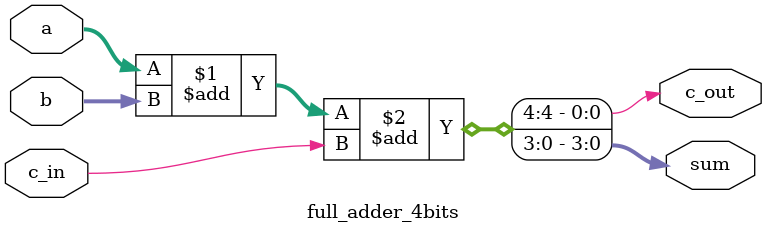
<source format=v>
module full_adder_4bits(
    output [3:0] sum, 
    output c_out,
    input [3:0] a, b, 
    input c_in
);

    assign {c_out, sum} = a+b+c_in;

endmodule
</source>
